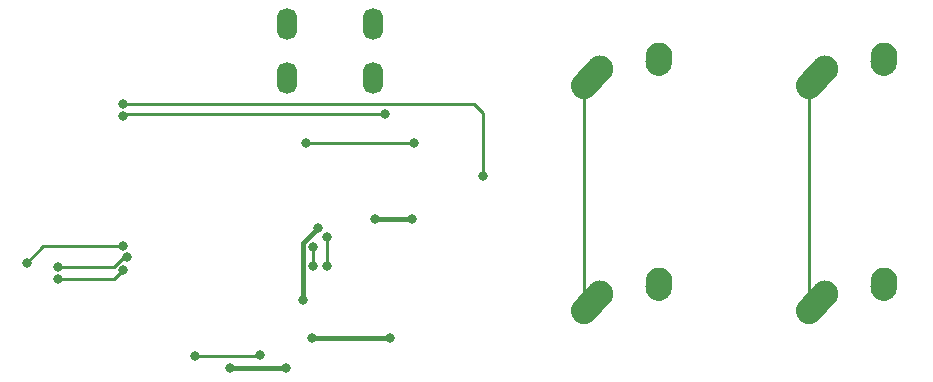
<source format=gbr>
%TF.GenerationSoftware,KiCad,Pcbnew,(5.1.6)-1*%
%TF.CreationDate,2020-07-09T12:21:52-07:00*%
%TF.ProjectId,guide,67756964-652e-46b6-9963-61645f706362,rev?*%
%TF.SameCoordinates,Original*%
%TF.FileFunction,Copper,L1,Top*%
%TF.FilePolarity,Positive*%
%FSLAX46Y46*%
G04 Gerber Fmt 4.6, Leading zero omitted, Abs format (unit mm)*
G04 Created by KiCad (PCBNEW (5.1.6)-1) date 2020-07-09 12:21:52*
%MOMM*%
%LPD*%
G01*
G04 APERTURE LIST*
%TA.AperFunction,ComponentPad*%
%ADD10O,1.700000X2.700000*%
%TD*%
%TA.AperFunction,ComponentPad*%
%ADD11C,2.250000*%
%TD*%
%TA.AperFunction,ViaPad*%
%ADD12C,0.800000*%
%TD*%
%TA.AperFunction,Conductor*%
%ADD13C,0.381000*%
%TD*%
%TA.AperFunction,Conductor*%
%ADD14C,0.254000*%
%TD*%
G04 APERTURE END LIST*
D10*
%TO.P,USB1,6*%
%TO.N,Net-(USB1-Pad6)*%
X83726000Y-65278000D03*
X91026000Y-65278000D03*
X91026000Y-69778000D03*
X83726000Y-69778000D03*
%TD*%
D11*
%TO.P,MX4,1*%
%TO.N,COL1*%
X129262500Y-88075000D03*
%TA.AperFunction,ComponentPad*%
G36*
G01*
X127201183Y-90372345D02*
X127201183Y-90372345D01*
G75*
G02*
X127115155Y-88783683I751317J837345D01*
G01*
X128425157Y-87323683D01*
G75*
G02*
X130013819Y-87237655I837345J-751317D01*
G01*
X130013819Y-87237655D01*
G75*
G02*
X130099847Y-88826317I-751317J-837345D01*
G01*
X128789845Y-90286317D01*
G75*
G02*
X127201183Y-90372345I-837345J751317D01*
G01*
G37*
%TD.AperFunction*%
%TO.P,MX4,2*%
%TO.N,Net-(D4-Pad2)*%
X134302500Y-86995000D03*
%TA.AperFunction,ComponentPad*%
G36*
G01*
X134185097Y-88697334D02*
X134185097Y-88697334D01*
G75*
G02*
X133140166Y-87497597I77403J1122334D01*
G01*
X133180166Y-86917597D01*
G75*
G02*
X134379903Y-85872666I1122334J-77403D01*
G01*
X134379903Y-85872666D01*
G75*
G02*
X135424834Y-87072403I-77403J-1122334D01*
G01*
X135384834Y-87652403D01*
G75*
G02*
X134185097Y-88697334I-1122334J77403D01*
G01*
G37*
%TD.AperFunction*%
%TD*%
%TO.P,MX3,1*%
%TO.N,COL0*%
X110212500Y-88075000D03*
%TA.AperFunction,ComponentPad*%
G36*
G01*
X108151183Y-90372345D02*
X108151183Y-90372345D01*
G75*
G02*
X108065155Y-88783683I751317J837345D01*
G01*
X109375157Y-87323683D01*
G75*
G02*
X110963819Y-87237655I837345J-751317D01*
G01*
X110963819Y-87237655D01*
G75*
G02*
X111049847Y-88826317I-751317J-837345D01*
G01*
X109739845Y-90286317D01*
G75*
G02*
X108151183Y-90372345I-837345J751317D01*
G01*
G37*
%TD.AperFunction*%
%TO.P,MX3,2*%
%TO.N,Net-(D3-Pad2)*%
X115252500Y-86995000D03*
%TA.AperFunction,ComponentPad*%
G36*
G01*
X115135097Y-88697334D02*
X115135097Y-88697334D01*
G75*
G02*
X114090166Y-87497597I77403J1122334D01*
G01*
X114130166Y-86917597D01*
G75*
G02*
X115329903Y-85872666I1122334J-77403D01*
G01*
X115329903Y-85872666D01*
G75*
G02*
X116374834Y-87072403I-77403J-1122334D01*
G01*
X116334834Y-87652403D01*
G75*
G02*
X115135097Y-88697334I-1122334J77403D01*
G01*
G37*
%TD.AperFunction*%
%TD*%
%TO.P,MX2,1*%
%TO.N,COL1*%
X129262500Y-69025000D03*
%TA.AperFunction,ComponentPad*%
G36*
G01*
X127201183Y-71322345D02*
X127201183Y-71322345D01*
G75*
G02*
X127115155Y-69733683I751317J837345D01*
G01*
X128425157Y-68273683D01*
G75*
G02*
X130013819Y-68187655I837345J-751317D01*
G01*
X130013819Y-68187655D01*
G75*
G02*
X130099847Y-69776317I-751317J-837345D01*
G01*
X128789845Y-71236317D01*
G75*
G02*
X127201183Y-71322345I-837345J751317D01*
G01*
G37*
%TD.AperFunction*%
%TO.P,MX2,2*%
%TO.N,Net-(D2-Pad2)*%
X134302500Y-67945000D03*
%TA.AperFunction,ComponentPad*%
G36*
G01*
X134185097Y-69647334D02*
X134185097Y-69647334D01*
G75*
G02*
X133140166Y-68447597I77403J1122334D01*
G01*
X133180166Y-67867597D01*
G75*
G02*
X134379903Y-66822666I1122334J-77403D01*
G01*
X134379903Y-66822666D01*
G75*
G02*
X135424834Y-68022403I-77403J-1122334D01*
G01*
X135384834Y-68602403D01*
G75*
G02*
X134185097Y-69647334I-1122334J77403D01*
G01*
G37*
%TD.AperFunction*%
%TD*%
%TO.P,MX1,1*%
%TO.N,COL0*%
X110212500Y-69025000D03*
%TA.AperFunction,ComponentPad*%
G36*
G01*
X108151183Y-71322345D02*
X108151183Y-71322345D01*
G75*
G02*
X108065155Y-69733683I751317J837345D01*
G01*
X109375157Y-68273683D01*
G75*
G02*
X110963819Y-68187655I837345J-751317D01*
G01*
X110963819Y-68187655D01*
G75*
G02*
X111049847Y-69776317I-751317J-837345D01*
G01*
X109739845Y-71236317D01*
G75*
G02*
X108151183Y-71322345I-837345J751317D01*
G01*
G37*
%TD.AperFunction*%
%TO.P,MX1,2*%
%TO.N,Net-(D1-Pad2)*%
X115252500Y-67945000D03*
%TA.AperFunction,ComponentPad*%
G36*
G01*
X115135097Y-69647334D02*
X115135097Y-69647334D01*
G75*
G02*
X114090166Y-68447597I77403J1122334D01*
G01*
X114130166Y-67867597D01*
G75*
G02*
X115329903Y-66822666I1122334J-77403D01*
G01*
X115329903Y-66822666D01*
G75*
G02*
X116374834Y-68022403I-77403J-1122334D01*
G01*
X116334834Y-68602403D01*
G75*
G02*
X115135097Y-69647334I-1122334J77403D01*
G01*
G37*
%TD.AperFunction*%
%TD*%
D12*
%TO.N,GND*%
X78887500Y-94381500D03*
X83672500Y-94381500D03*
X94361000Y-81788000D03*
X91186000Y-81788000D03*
%TO.N,+5V*%
X92456000Y-91821000D03*
X85852000Y-91821000D03*
X85090000Y-88646000D03*
X86360000Y-82550000D03*
%TO.N,ROW0*%
X94488000Y-75311000D03*
X85344000Y-75311000D03*
%TO.N,ROW1*%
X61722000Y-85471000D03*
X69850000Y-84074000D03*
%TO.N,COL0*%
X92075000Y-72898000D03*
X69850000Y-73025000D03*
X64389000Y-85852000D03*
X70231731Y-84998274D03*
%TO.N,COL1*%
X100330000Y-78105000D03*
X69850000Y-72024997D03*
X64389000Y-86852003D03*
X69866553Y-86101582D03*
%TO.N,Net-(R1-Pad1)*%
X75946000Y-93345000D03*
X81457968Y-93294032D03*
%TO.N,Net-(R2-Pad1)*%
X85979000Y-85725000D03*
X85979000Y-84134500D03*
%TO.N,Net-(R3-Pad1)*%
X87122000Y-85725000D03*
X87122000Y-83312000D03*
%TD*%
D13*
%TO.N,GND*%
X78887500Y-94381500D02*
X83672500Y-94381500D01*
X94361000Y-81788000D02*
X91186000Y-81788000D01*
%TO.N,+5V*%
X92456000Y-91821000D02*
X85725000Y-91821000D01*
X85725000Y-91821000D02*
X85852000Y-91821000D01*
X85090000Y-88646000D02*
X85090000Y-83820000D01*
X85090000Y-83820000D02*
X86360000Y-82550000D01*
D14*
%TO.N,ROW0*%
X94488000Y-75311000D02*
X85344000Y-75311000D01*
%TO.N,ROW1*%
X61722000Y-85471000D02*
X63119000Y-84074000D01*
X63119000Y-84074000D02*
X69850000Y-84074000D01*
%TO.N,COL0*%
X108902500Y-70485000D02*
X108902500Y-89535000D01*
X92075000Y-72898000D02*
X69977000Y-72898000D01*
X69977000Y-72898000D02*
X69850000Y-73025000D01*
X64389000Y-85852000D02*
X69088000Y-85852000D01*
X69088000Y-85852000D02*
X69941726Y-84998274D01*
X69941726Y-84998274D02*
X70231731Y-84998274D01*
%TO.N,COL1*%
X127952500Y-89535000D02*
X127952500Y-70485000D01*
X100330000Y-78105000D02*
X100330000Y-72771000D01*
X100330000Y-72771000D02*
X99583997Y-72024997D01*
X99583997Y-72024997D02*
X69850000Y-72024997D01*
X64389000Y-86852003D02*
X69116132Y-86852003D01*
X69116132Y-86852003D02*
X69866553Y-86101582D01*
%TO.N,Net-(R1-Pad1)*%
X75946000Y-93345000D02*
X81407000Y-93345000D01*
X81407000Y-93345000D02*
X81457968Y-93294032D01*
%TO.N,Net-(R2-Pad1)*%
X85979000Y-85725000D02*
X85979000Y-84201000D01*
X85979000Y-84201000D02*
X85979000Y-84134500D01*
%TO.N,Net-(R3-Pad1)*%
X87122000Y-85725000D02*
X87122000Y-83312000D01*
%TD*%
M02*

</source>
